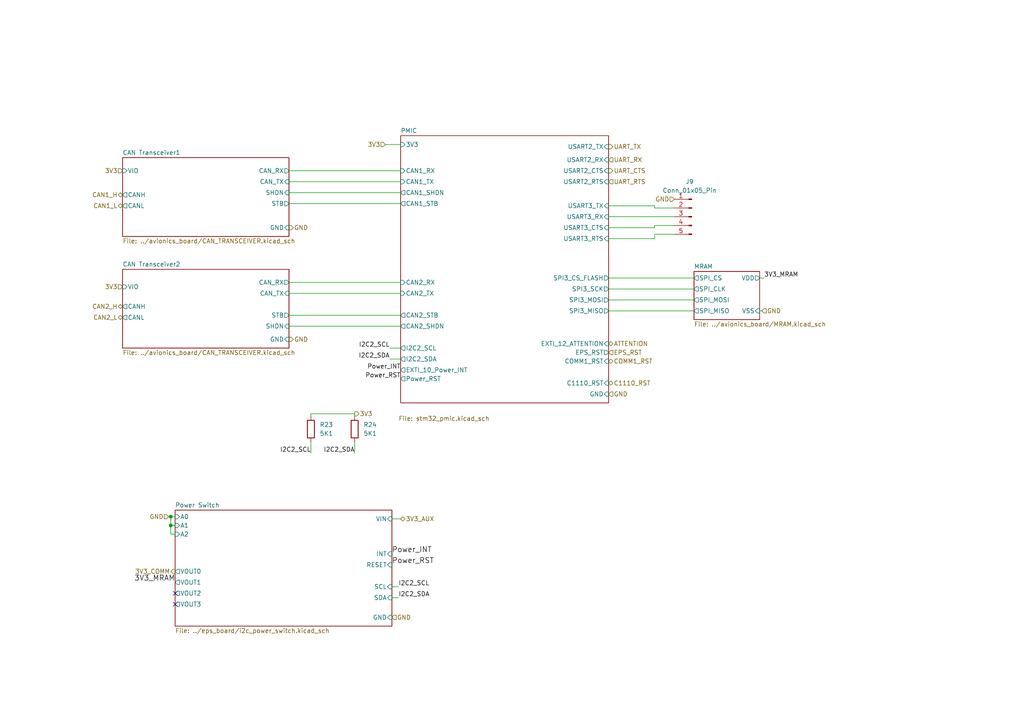
<source format=kicad_sch>
(kicad_sch (version 20231120) (generator "eeschema") (generator_version "8.0")
  (paper "A4")
  (lib_symbols
    (symbol "Connector:Conn_01x05_Pin" (pin_names (offset 1.016) hide)
      (property "Reference" "J" (at 0 7.62 0))
      (property "Value" "Conn_01x05_Pin" (at 0 -7.62 0))
      (symbol "Conn_01x05_Pin_1_1"
        (polyline (pts (xy 1.27 -5.08) (xy 0.8636 -5.08)) (stroke (width 0.1524)))
        (polyline (pts (xy 1.27 -2.54) (xy 0.8636 -2.54)) (stroke (width 0.1524)))
        (polyline (pts (xy 1.27 0) (xy 0.8636 0)) (stroke (width 0.1524)))
        (polyline (pts (xy 1.27 2.54) (xy 0.8636 2.54)) (stroke (width 0.1524)))
        (polyline (pts (xy 1.27 5.08) (xy 0.8636 5.08)) (stroke (width 0.1524)))
        (rectangle (start 0.8636 -4.953) (end 0 -5.207) (stroke (width 0.1524)) (fill (type outline)))
        (rectangle (start 0.8636 -2.413) (end 0 -2.667) (stroke (width 0.1524)) (fill (type outline)))
        (rectangle (start 0.8636 0.127) (end 0 -0.127) (stroke (width 0.1524)) (fill (type outline)))
        (rectangle (start 0.8636 2.667) (end 0 2.413) (stroke (width 0.1524)) (fill (type outline)))
        (rectangle (start 0.8636 5.207) (end 0 4.953) (stroke (width 0.1524)) (fill (type outline)))
        (pin passive line (at 5.08 5.08 180) (length 3.81) (name "Pin_1") (number "1"))
        (pin passive line (at 5.08 2.54 180) (length 3.81) (name "Pin_2") (number "2"))
        (pin passive line (at 5.08 0 180) (length 3.81) (name "Pin_3") (number "3"))
        (pin passive line (at 5.08 -2.54 180) (length 3.81) (name "Pin_4") (number "4"))
        (pin passive line (at 5.08 -5.08 180) (length 3.81) (name "Pin_5") (number "5"))
      )
    )
    (symbol "Device:R" (pin_numbers hide) (pin_names (offset 0))
      (property "Reference" "R" (at 2.032 0 90))
      (property "Value" "R" (at 0 0 90))
      (symbol "R_0_1"
        (rectangle (start -1.016 -2.54) (end 1.016 2.54) (stroke (width 0.254)))
      )
      (symbol "R_1_1"
        (pin passive line (at 0 3.81 270) (length 1.27) (name "~") (number "1"))
        (pin passive line (at 0 -3.81 90) (length 1.27) (name "~") (number "2"))
      )
    )
  )
  (junction (at 49.53 152.4))
  (junction (at 49.53 149.86))
  (no_connect (at 50.8 175.26))
  (no_connect (at 50.8 172.085))
  (wire (pts (xy 83.82 49.53) (xy 116.205 49.53)))
  (wire (pts (xy 176.53 90.17) (xy 201.295 90.17)))
  (wire (pts (xy 83.82 52.705) (xy 116.205 52.705)))
  (wire (pts (xy 176.53 62.865) (xy 195.58 62.865)))
  (wire (pts (xy 221.615 80.645) (xy 220.345 80.645)))
  (wire (pts (xy 115.57 173.355) (xy 113.665 173.355)))
  (wire (pts (xy 176.53 66.04) (xy 189.865 66.04)))
  (wire (pts (xy 50.8 154.94) (xy 49.53 154.94)))
  (wire (pts (xy 176.53 80.645) (xy 201.295 80.645)))
  (wire (pts (xy 48.895 149.86) (xy 49.53 149.86)))
  (wire (pts (xy 90.17 128.27) (xy 90.17 131.445)))
  (wire (pts (xy 49.53 152.4) (xy 50.8 152.4)))
  (wire (pts (xy 113.03 104.14) (xy 116.205 104.14)))
  (wire (pts (xy 189.865 60.325) (xy 195.58 60.325)))
  (wire (pts (xy 49.53 154.94) (xy 49.53 152.4)))
  (wire (pts (xy 176.53 69.215) (xy 189.865 69.215)))
  (wire (pts (xy 115.57 170.18) (xy 113.665 170.18)))
  (wire (pts (xy 83.82 59.055) (xy 116.205 59.055)))
  (wire (pts (xy 220.98 90.17) (xy 220.345 90.17)))
  (wire (pts (xy 111.76 41.91) (xy 116.205 41.91)))
  (wire (pts (xy 83.82 85.09) (xy 116.205 85.09)))
  (wire (pts (xy 189.865 65.405) (xy 195.58 65.405)))
  (wire (pts (xy 189.865 69.215) (xy 189.865 67.945)))
  (wire (pts (xy 83.82 81.915) (xy 116.205 81.915)))
  (wire (pts (xy 90.17 120.015) (xy 102.87 120.015)))
  (wire (pts (xy 176.53 83.82) (xy 201.295 83.82)))
  (wire (pts (xy 189.865 59.69) (xy 189.865 60.325)))
  (wire (pts (xy 176.53 59.69) (xy 189.865 59.69)))
  (wire (pts (xy 116.205 150.495) (xy 113.665 150.495)))
  (wire (pts (xy 83.82 55.88) (xy 116.205 55.88)))
  (wire (pts (xy 49.53 152.4) (xy 49.53 149.86)))
  (wire (pts (xy 189.865 67.945) (xy 195.58 67.945)))
  (wire (pts (xy 49.53 149.86) (xy 50.8 149.86)))
  (wire (pts (xy 176.53 86.995) (xy 201.295 86.995)))
  (wire (pts (xy 102.87 120.015) (xy 102.87 120.65)))
  (wire (pts (xy 83.82 91.44) (xy 116.205 91.44)))
  (wire (pts (xy 83.82 94.615) (xy 116.205 94.615)))
  (wire (pts (xy 189.865 66.04) (xy 189.865 65.405)))
  (wire (pts (xy 102.87 128.27) (xy 102.87 131.445)))
  (wire (pts (xy 90.17 120.015) (xy 90.17 120.65)))
  (wire (pts (xy 113.03 100.965) (xy 116.205 100.965)))
  (label "3V3_MRAM" (at 50.8 168.91 180) (effects (font (size 1.524 1.524))))
  (label "I2C2_SDA" (at 102.87 131.445 180))
  (label "I2C2_SCL" (at 90.17 131.445 180))
  (label "I2C2_SDA" (at 113.03 104.14 180))
  (label "I2C2_SCL" (at 115.57 170.18 0))
  (label "I2C2_SCL" (at 113.03 100.965 180))
  (label "Power_INT" (at 113.665 160.655 0) (effects (font (size 1.524 1.524))))
  (label "I2C2_SDA" (at 115.57 173.355 0))
  (label "3V3_MRAM" (at 221.615 80.645 0))
  (label "Power_INT" (at 116.205 107.315 180))
  (label "Power_RST" (at 116.205 109.855 180))
  (label "Power_RST" (at 113.665 163.83 0) (effects (font (size 1.524 1.524))))
  (hierarchical_label "GND" (shape input) (at 220.98 90.17 0))
  (hierarchical_label "GND" (shape output) (at 83.82 66.04 0))
  (hierarchical_label "COMM1_RST" (shape bidirectional) (at 176.53 104.775 0))
  (hierarchical_label "CAN1_H" (shape bidirectional) (at 35.56 56.515 180))
  (hierarchical_label "ATTENTION" (shape bidirectional) (at 176.53 99.695 0))
  (hierarchical_label "3V3" (shape input) (at 35.56 49.53 180))
  (hierarchical_label "GND" (shape input) (at 195.58 57.785 180))
  (hierarchical_label "CAN1_L" (shape bidirectional) (at 35.56 59.69 180))
  (hierarchical_label "EPS_RST" (shape input) (at 176.53 102.235 0))
  (hierarchical_label "UART_TX" (shape output) (at 176.53 42.545 0))
  (hierarchical_label "GND" (shape input) (at 176.53 114.3 0))
  (hierarchical_label "3V3" (shape input) (at 111.76 41.91 180))
  (hierarchical_label "CAN2_H" (shape bidirectional) (at 35.56 88.9 180))
  (hierarchical_label "3V3_COMM" (shape output) (at 50.8 165.735 180))
  (hierarchical_label "UART_RX" (shape input) (at 176.53 46.355 0))
  (hierarchical_label "3V3_AUX" (shape bidirectional) (at 116.205 150.495 0))
  (hierarchical_label "CAN2_L" (shape bidirectional) (at 35.56 92.075 180))
  (hierarchical_label "GND" (shape input) (at 48.895 149.86 180))
  (hierarchical_label "UART_RTS" (shape input) (at 176.53 52.705 0))
  (hierarchical_label "UART_CTS" (shape output) (at 176.53 49.53 0))
  (hierarchical_label "3V3" (shape output) (at 102.87 120.015 0))
  (hierarchical_label "3V3" (shape input) (at 35.56 83.185 180))
  (hierarchical_label "GND" (shape input) (at 113.665 179.07 0))
  (hierarchical_label "GND" (shape output) (at 83.82 98.425 0))
  (hierarchical_label "C1110_RST" (shape bidirectional) (at 176.53 111.125 0))
  (symbol (lib_id "Device:R") (at 90.17 124.46 0) (unit 1)
    (property "Reference" "R23" (at 92.71 123.1899 0) (effects (justify left)))
    (property "Value" "5K1" (at 92.71 125.7299 0) (effects (justify left)))
    (property "Footprint" "Resistor_SMD:R_0402_1005Metric_Pad0.72x0.64mm_HandSolder" (effects (hide yes)))
    (property "Description" "Resistor" (effects (hide yes)))
  )
  (symbol (lib_id "Connector:Conn_01x05_Pin") (at 200.66 62.865 0) (mirror y) (unit 1)
    (property "Reference" "J9" (at 200.025 52.705 0))
    (property "Value" "Conn_01x05_Pin" (at 200.025 55.245 0))
    (property "Footprint" "Connector_PinHeader_2.54mm:PinHeader_1x05_P2.54mm_Vertical" (effects (hide yes)))
    (property "Description" "Generic connector, single row, 01x05, script generated" (effects (hide yes)))
    (property "Part Number" "generic" (effects (hide yes)))
  )
  (symbol (lib_id "Device:R") (at 102.87 124.46 0) (unit 1)
    (property "Reference" "R24" (at 105.41 123.1899 0) (effects (justify left)))
    (property "Value" "5K1" (at 105.41 125.7299 0) (effects (justify left)))
    (property "Footprint" "Resistor_SMD:R_0402_1005Metric_Pad0.72x0.64mm_HandSolder" (effects (hide yes)))
    (property "Description" "Resistor" (effects (hide yes)))
  )
  (sheet (at 50.8 147.955) (size 62.865 33.655) (stroke (width 0.1524))
    (property "Sheetname" "Power Switch" (at 50.8 147.2434 0) (effects (justify left bottom)))
    (property "Sheetfile" "../eps_board/i2c_power_switch.kicad_sch" (at 50.8 182.1946 0) (effects (justify left top)))
    (pin "VOUT3" output (at 50.8 175.26 180))
    (pin "SCL" input (at 113.665 170.18 0))
    (pin "SDA" input (at 113.665 173.355 0))
    (pin "VIN" input (at 113.665 150.495 0))
    (pin "GND" input (at 113.665 179.07 0))
    (pin "VOUT0" output (at 50.8 165.735 180))
    (pin "VOUT1" output (at 50.8 168.91 180))
    (pin "A1" input (at 50.8 152.4 180))
    (pin "A0" input (at 50.8 149.86 180))
    (pin "A2" input (at 50.8 154.94 180))
    (pin "RESET" input (at 113.665 163.83 0))
    (pin "INT" input (at 113.665 160.655 0))
    (pin "VOUT2" output (at 50.8 172.085 180))
  )
  (sheet (at 35.56 45.72) (size 48.26 22.86) (stroke (width 0.1524))
    (property "Sheetname" "CAN Transceiver1" (at 35.56 45.0084 0) (effects (justify left bottom)))
    (property "Sheetfile" "../avionics_board/CAN_TRANSCEIVER.kicad_sch" (at 35.56 69.1646 0) (effects (justify left top)))
    (pin "CAN_RX" output (at 83.82 49.53 0))
    (pin "CAN_TX" input (at 83.82 52.705 0))
    (pin "VIO" input (at 35.56 49.53 180))
    (pin "GND" input (at 83.82 66.04 0))
    (pin "CANL" output (at 35.56 59.69 180))
    (pin "CANH" output (at 35.56 56.515 180))
    (pin "SHDN" input (at 83.82 55.88 0))
    (pin "STB" output (at 83.82 59.055 0))
  )
  (sheet (at 201.295 78.74) (size 19.05 13.97) (stroke (width 0.1524))
    (property "Sheetname" "MRAM" (at 201.295 78.0284 0) (effects (justify left bottom)))
    (property "Sheetfile" "../avionics_board/MRAM.kicad_sch" (at 201.295 93.2946 0) (effects (justify left top)))
    (pin "VSS" input (at 220.345 90.17 0))
    (pin "VDD" output (at 220.345 80.645 0))
    (pin "SPI_CS" output (at 201.295 80.645 180))
    (pin "SPI_MISO" output (at 201.295 90.17 180))
    (pin "SPI_CLK" output (at 201.295 83.82 180))
    (pin "SPI_MOSI" output (at 201.295 86.995 180))
  )
  (sheet (at 35.56 78.105) (size 48.26 22.86) (stroke (width 0.1524))
    (property "Sheetname" "CAN Transceiver2" (at 35.56 77.3934 0) (effects (justify left bottom)))
    (property "Sheetfile" "../avionics_board/CAN_TRANSCEIVER.kicad_sch" (at 35.56 101.5496 0) (effects (justify left top)))
    (pin "CAN_RX" output (at 83.82 81.915 0))
    (pin "CAN_TX" input (at 83.82 85.09 0))
    (pin "VIO" input (at 35.56 83.185 180))
    (pin "GND" input (at 83.82 98.425 0))
    (pin "CANL" output (at 35.56 92.075 180))
    (pin "CANH" output (at 35.56 88.9 180))
    (pin "SHDN" input (at 83.82 94.615 0))
    (pin "STB" output (at 83.82 91.44 0))
  )
  (sheet (at 116.205 39.37) (size 60.325 77.47) (stroke (width 0.1524))
    (property "Sheetname" "PMIC" (at 116.205 38.6584 0) (effects (justify left bottom)))
    (property "Sheetfile" "stm32_pmic.kicad_sch" (at 115.57 120.65 0) (effects (justify left top)))
    (pin "GND" input (at 176.53 114.3 0))
    (pin "CAN1_RX" input (at 116.205 49.53 180))
    (pin "CAN2_TX" input (at 116.205 85.09 180))
    (pin "CAN1_TX" input (at 116.205 52.705 180))
    (pin "CAN2_RX" input (at 116.205 81.915 180))
    (pin "COMM1_RST" input (at 176.53 104.775 0))
    (pin "3V3" input (at 116.205 41.91 180))
    (pin "C1110_RST" input (at 176.53 111.125 0))
    (pin "EPS_RST" output (at 176.53 102.235 0))
    (pin "USART2_TX" input (at 176.53 42.545 0))
    (pin "USART2_CTS" input (at 176.53 49.53 0))
    (pin "USART2_RTS" input (at 176.53 52.705 0))
    (pin "USART2_RX" input (at 176.53 46.355 0))
    (pin "USART3_TX" input (at 176.53 59.69 0))
    (pin "USART3_RX" input (at 176.53 62.865 0))
    (pin "USART3_CTS" input (at 176.53 66.04 0))
    (pin "USART3_RTS" input (at 176.53 69.215 0))
    (pin "CAN2_STB" output (at 116.205 91.44 180))
    (pin "CAN2_SHDN" output (at 116.205 94.615 180))
    (pin "CAN1_STB" output (at 116.205 59.055 180))
    (pin "CAN1_SHDN" output (at 116.205 55.88 180))
    (pin "I2C2_SCL" output (at 116.205 100.965 180))
    (pin "I2C2_SDA" output (at 116.205 104.14 180))
    (pin "EXTI_12_ATTENTION" input (at 176.53 99.695 0))
    (pin "EXTI_10_Power_INT" output (at 116.205 107.315 180))
    (pin "SPI3_CS_FLASH" output (at 176.53 80.645 0))
    (pin "SPI3_SCK" output (at 176.53 83.82 0))
    (pin "SPI3_MISO" output (at 176.53 90.17 0))
    (pin "SPI3_MOSI" output (at 176.53 86.995 0))
    (pin "Power_RST" output (at 116.205 109.855 180))
  )
)
</source>
